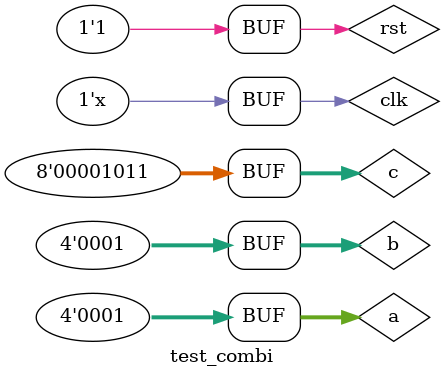
<source format=v>
module test_combi;

	reg [3:0]a, b;
	reg[7:0]c;
	reg clk, rst;
	wire [7:0]result;

	combi_logic ucc(.rst(rst), .a(a), .b(b), .c(c), .clk(clk), .result(result));

	always #10 clk = ~clk;

	initial begin
		a = 4'h0; b = 4'h0; c = 8'h0; clk = 1; rst = 0;		

		#30 rst = 1;
		#20 a = 4'h3; b = 4'h3; c = 8'h7;
		#20 a = 4'h2; b = 4'h2; c = 8'h2;
		#20 a = 4'h4; b = 4'd10;
		#20 a = 4'h5; b = 4'h5; c = 8'd19;
		#20 a = 4'h1; b = 4'h1; c = 8'd11;
	end



endmodule
</source>
